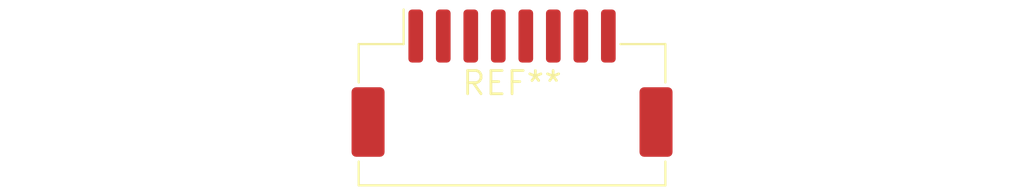
<source format=kicad_pcb>
(kicad_pcb (version 20240108) (generator pcbnew)
  (layers (0 "F.Cu" signal) (31 "B.Cu" signal) (34 "B.Paste" user) (35 "F.Paste" user) (36 "B.SilkS" user "B.Silkscreen") (37 "F.SilkS" user "F.Silkscreen") (38 "B.Mask" user) (39 "F.Mask" user) (44 "Edge.Cuts" user))
  (net 0 "")
  (footprint "JST_ZE_SM08B-ZESS-TB_1x08-1MP_P1.50mm_Horizontal" (layer "F.Cu") (at 0 0)
    (property "Reference" "REF**")
    (property "Value" "JST_ZE_SM08B-ZESS-TB_1x08-1MP_P1.50mm_Horizontal")
    (fp_line (start -8.36 -2.135) (end -5.91 -2.135) (layer "F.SilkS") (stroke (width 0.12)))
    (fp_line (start -8.36 -0.035) (end -8.36 -2.135) (layer "F.SilkS") (stroke (width 0.12)))
    (fp_line (start -8.36 4.285) (end -8.36 5.585) (layer "F.SilkS") (stroke (width 0.12)))
    (fp_line (start -8.36 5.585) (end 8.36 5.585) (layer "F.SilkS") (stroke (width 0.12)))
    (fp_line (start -5.91 -2.135) (end -5.91 -4.025) (layer "F.SilkS") (stroke (width 0.12)))
    (fp_line (start 8.36 -2.135) (end 5.91 -2.135) (layer "F.SilkS") (stroke (width 0.12)))
    (fp_line (start 8.36 -0.035) (end 8.36 -2.135) (layer "F.SilkS") (stroke (width 0.12)))
    (fp_line (start 8.36 5.585) (end 8.36 4.285) (layer "F.SilkS") (stroke (width 0.12)))
    (pad "1" smd roundrect (at -5.25 -2.575) (size 0.8 2.9) (layers "F.Cu" "F.Paste" "F.Mask"))
    (pad "2" smd roundrect (at -3.75 -2.575) (size 0.8 2.9) (layers "F.Cu" "F.Paste" "F.Mask"))
    (pad "3" smd roundrect (at -2.25 -2.575) (size 0.8 2.9) (layers "F.Cu" "F.Paste" "F.Mask"))
    (pad "4" smd roundrect (at -0.75 -2.575) (size 0.8 2.9) (layers "F.Cu" "F.Paste" "F.Mask"))
    (pad "5" smd roundrect (at 0.75 -2.575) (size 0.8 2.9) (layers "F.Cu" "F.Paste" "F.Mask"))
    (pad "6" smd roundrect (at 2.25 -2.575) (size 0.8 2.9) (layers "F.Cu" "F.Paste" "F.Mask"))
    (pad "7" smd roundrect (at 3.75 -2.575) (size 0.8 2.9) (layers "F.Cu" "F.Paste" "F.Mask"))
    (pad "8" smd roundrect (at 5.25 -2.575) (size 0.8 2.9) (layers "F.Cu" "F.Paste" "F.Mask"))
    (pad "MP" smd roundrect (at -7.85 2.125) (size 1.8 3.8) (layers "F.Cu" "F.Paste" "F.Mask") (roundrect_rratio 0.138889))
    (pad "MP" smd roundrect (at 7.85 2.125) (size 1.8 3.8) (layers "F.Cu" "F.Paste" "F.Mask") (roundrect_rratio 0.138889))
  )
)
</source>
